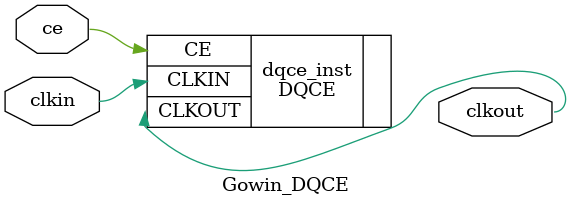
<source format=v>

module Gowin_DQCE (clkout, clkin, ce);

output clkout;
input clkin;
input ce;

DQCE dqce_inst (
    .CLKOUT(clkout),
    .CLKIN(clkin),
    .CE(ce)
);

endmodule //Gowin_DQCE

</source>
